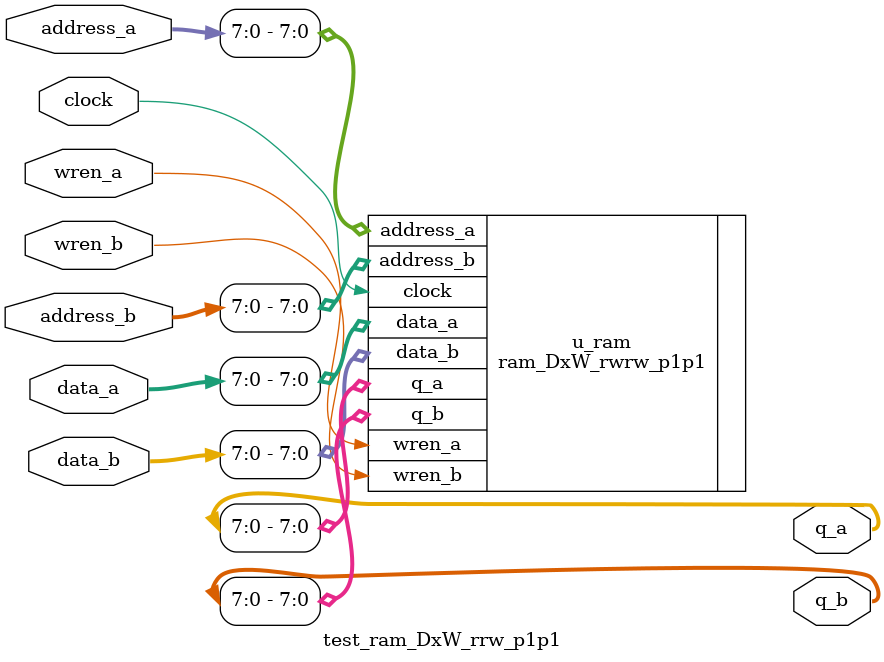
<source format=sv>


module test_ram_DxW_rrw_p1p1 (
	input           clock,
	input [31:0]    address_a,
	input           wren_a,
	input [31:0]    data_a,
	output[31:0]    q_a,

	input [31:0]    address_b,
	input           wren_b,
	input [31:0]    data_b,
	output[31:0]    q_b
);

    localparam DEPTH = 256;
    localparam WIDTH = 8;

    localparam DEPTH_BITS = $clog2(DEPTH);

    ram_DxW_rwrw_p1p1 #(
        .DEPTH(DEPTH),
        .WIDTH(WIDTH)
    )
    u_ram ( 
        .clock(clock),
        .address_a(address_a[DEPTH_BITS-1:0]),
        .wren_a(wren_a),
        .data_a(data_a[WIDTH-1:0]),
        .q_a(q_a[WIDTH-1:0]),

        .address_b(address_b[DEPTH_BITS-1:0]),
        .wren_b(wren_b),
        .data_b(data_b[WIDTH-1:0]),
        .q_b(q_b[WIDTH-1:0]) 
    );

endmodule

</source>
